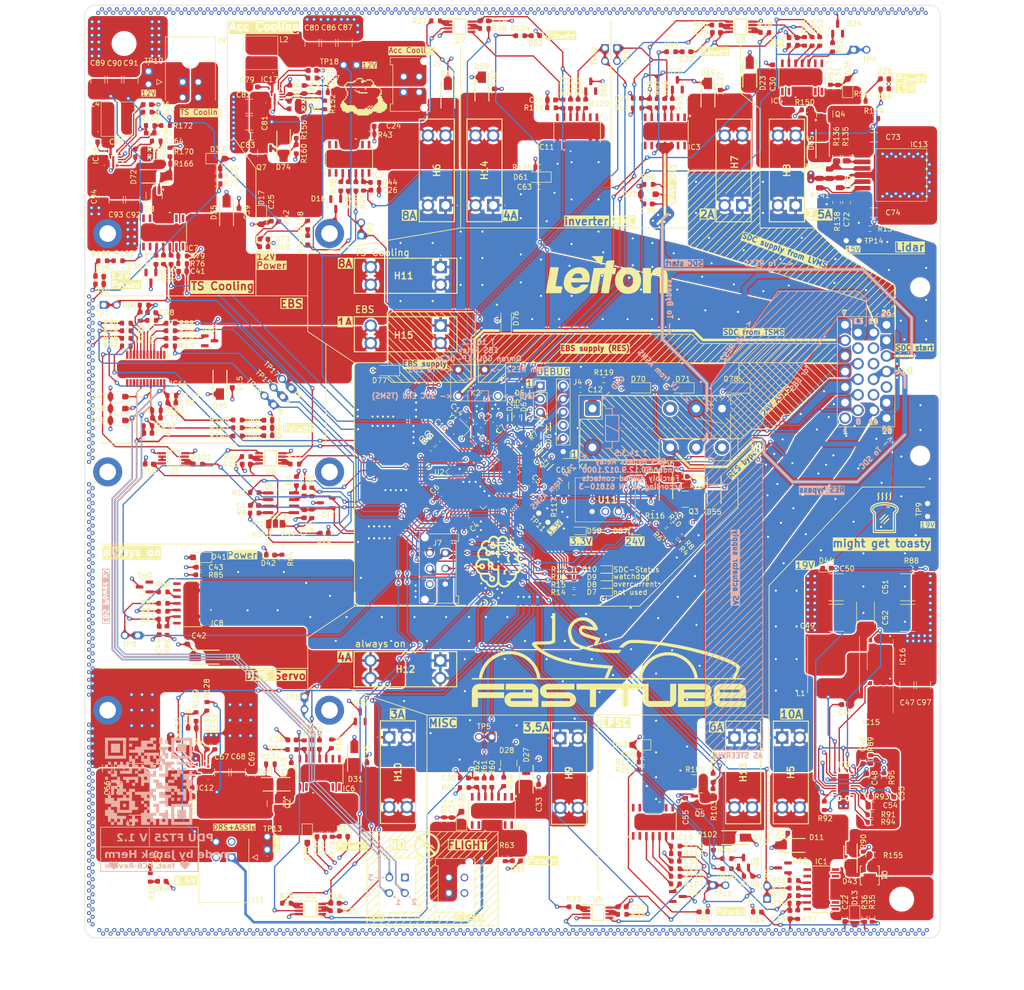
<source format=kicad_pcb>
(kicad_pcb
	(version 20240108)
	(generator "pcbnew")
	(generator_version "8.0")
	(general
		(thickness 1.6)
		(legacy_teardrops no)
	)
	(paper "A3")
	(title_block
		(title "PDU FT25")
		(date "2025-01-15")
		(rev "V1.2")
		(company "Janek Herm")
		(comment 1 "FasTTUBe Electronics")
	)
	(layers
		(0 "F.Cu" signal)
		(1 "In1.Cu" power)
		(2 "In2.Cu" signal)
		(31 "B.Cu" mixed)
		(32 "B.Adhes" user "B.Adhesive")
		(33 "F.Adhes" user "F.Adhesive")
		(34 "B.Paste" user)
		(35 "F.Paste" user)
		(36 "B.SilkS" user "B.Silkscreen")
		(37 "F.SilkS" user "F.Silkscreen")
		(38 "B.Mask" user)
		(39 "F.Mask" user)
		(40 "Dwgs.User" user "User.Drawings")
		(41 "Cmts.User" user "User.Comments")
		(42 "Eco1.User" user "User.Eco1")
		(43 "Eco2.User" user "User.Eco2")
		(44 "Edge.Cuts" user)
		(45 "Margin" user)
		(46 "B.CrtYd" user "B.Courtyard")
		(47 "F.CrtYd" user "F.Courtyard")
		(48 "B.Fab" user)
		(49 "F.Fab" user)
		(50 "User.1" user)
		(51 "User.2" user)
		(52 "User.3" user)
		(53 "User.4" user)
		(54 "User.5" user)
		(55 "User.6" user)
		(56 "User.7" user)
		(57 "User.8" user)
		(58 "User.9" user)
	)
	(setup
		(stackup
			(layer "F.SilkS"
				(type "Top Silk Screen")
			)
			(layer "F.Paste"
				(type "Top Solder Paste")
			)
			(layer "F.Mask"
				(type "Top Solder Mask")
				(thickness 0.01)
			)
			(layer "F.Cu"
				(type "copper")
				(thickness 0.035)
			)
			(layer "dielectric 1"
				(type "prepreg")
				(thickness 0.1)
				(material "FR4")
				(epsilon_r 4.5)
				(loss_tangent 0.02)
			)
			(layer "In1.Cu"
				(type "copper")
				(thickness 0.035)
			)
			(layer "dielectric 2"
				(type "core")
				(thickness 1.24)
				(material "FR4")
				(epsilon_r 4.5)
				(loss_tangent 0.02)
			)
			(layer "In2.Cu"
				(type "copper")
				(thickness 0.035)
			)
			(layer "dielectric 3"
				(type "prepreg")
				(thickness 0.1)
				(material "FR4")
				(epsilon_r 4.5)
				(loss_tangent 0.02)
			)
			(layer "B.Cu"
				(type "copper")
				(thickness 0.035)
			)
			(layer "B.Mask"
				(type "Bottom Solder Mask")
				(thickness 0.01)
			)
			(layer "B.Paste"
				(type "Bottom Solder Paste")
			)
			(layer "B.SilkS"
				(type "Bottom Silk Screen")
			)
			(copper_finish "None")
			(dielectric_constraints no)
		)
		(pad_to_mask_clearance 0)
		(allow_soldermask_bridges_in_footprints no)
		(pcbplotparams
			(layerselection 0x00010fc_ffffffff)
			(plot_on_all_layers_selection 0x0000000_00000000)
			(disableapertmacros no)
			(usegerberextensions no)
			(usegerberattributes yes)
			(usegerberadvancedattributes yes)
			(creategerberjobfile no)
			(dashed_line_dash_ratio 12.000000)
			(dashed_line_gap_ratio 3.000000)
			(svgprecision 4)
			(plotframeref no)
			(viasonmask no)
			(mode 1)
			(useauxorigin yes)
			(hpglpennumber 1)
			(hpglpenspeed 20)
			(hpglpendiameter 15.000000)
			(pdf_front_fp_property_popups yes)
			(pdf_back_fp_property_popups yes)
			(dxfpolygonmode yes)
			(dxfimperialunits yes)
			(dxfusepcbnewfont yes)
			(psnegative no)
			(psa4output no)
			(plotreference yes)
			(plotvalue no)
			(plotfptext yes)
			(plotinvisibletext no)
			(sketchpadsonfab no)
			(subtractmaskfromsilk yes)
			(outputformat 1)
			(mirror no)
			(drillshape 0)
			(scaleselection 1)
			(outputdirectory "gerber/")
		)
	)
	(net 0 "")
	(net 1 "GND")
	(net 2 "+3V3")
	(net 3 "stdCAN_H")
	(net 4 "/MCU/Vref")
	(net 5 "stdCAN_L")
	(net 6 "/MCU/NRST")
	(net 7 "Net-(D11-A2)")
	(net 8 "/powerstages/P_Out6a")
	(net 9 "/powerstages/IS4")
	(net 10 "Net-(D15-A2)")
	(net 11 "/connectors/P_Out1")
	(net 12 "/powerstages/IS1")
	(net 13 "Net-(D19-A2)")
	(net 14 "/powerstages/IS10")
	(net 15 "Net-(D23-A2)")
	(net 16 "/powerstages/P_Out9a")
	(net 17 "/powerstages/IS7")
	(net 18 "Net-(D27-A2)")
	(net 19 "/connectors/P_Out8")
	(net 20 "/powerstages/IS8")
	(net 21 "Net-(D31-A2)")
	(net 22 "/powerstages/P_Out5a")
	(net 23 "/powerstages/IS3")
	(net 24 "Net-(D35-A2)")
	(net 25 "/connectors/P_Out2")
	(net 26 "/powerstages/IS2")
	(net 27 "/connectors/P_Out9")
	(net 28 "/powerstages/IS9")
	(net 29 "Net-(IC9-CBOOT)")
	(net 30 "Net-(IC9-SW)")
	(net 31 "Net-(IC9-VCC)")
	(net 32 "Net-(D43-K)")
	(net 33 "Net-(IC9-PFM{slash}SYNC)")
	(net 34 "/connectors/P_Out4")
	(net 35 "Net-(C53-Pad2)")
	(net 36 "Net-(IC9-EXTCOMP)")
	(net 37 "Net-(D51-A2)")
	(net 38 "/connectors/P_Out5")
	(net 39 "/powerstages/IS5")
	(net 40 "Net-(D56-K)")
	(net 41 "Net-(D59-A2)")
	(net 42 "/connectors/P_Out6")
	(net 43 "/powerstages/IS6")
	(net 44 "Net-(IC12-SW)")
	(net 45 "Net-(IC12-BOOT)")
	(net 46 "/connectors/P_Out3")
	(net 47 "Net-(D63-K)")
	(net 48 "Net-(IC12-FB)")
	(net 49 "Net-(IC12-SS)")
	(net 50 "/connectors/P_Out7")
	(net 51 "Net-(IC13-FB)")
	(net 52 "Net-(D65-K)")
	(net 53 "Net-(IC13-SS)")
	(net 54 "/MCU/SWCLK")
	(net 55 "/MCU/SWDIO")
	(net 56 "/MCU/UART_RX")
	(net 57 "/MCU/UART_TX")
	(net 58 "Net-(D7-A)")
	(net 59 "Net-(D8-A)")
	(net 60 "Net-(D9-A)")
	(net 61 "Net-(D10-A)")
	(net 62 "Net-(D12-A)")
	(net 63 "unconnected-(D12-NC-Pad2)")
	(net 64 "Net-(D14-A)")
	(net 65 "Net-(D16-A)")
	(net 66 "unconnected-(D16-NC-Pad2)")
	(net 67 "Net-(D18-A)")
	(net 68 "Net-(D20-A)")
	(net 69 "unconnected-(D20-NC-Pad2)")
	(net 70 "Net-(D22-A)")
	(net 71 "Net-(D24-A)")
	(net 72 "unconnected-(D24-NC-Pad2)")
	(net 73 "Net-(D26-A)")
	(net 74 "Net-(D28-A)")
	(net 75 "unconnected-(D28-NC-Pad2)")
	(net 76 "Net-(D30-A)")
	(net 77 "unconnected-(D32-NC-Pad2)")
	(net 78 "Net-(D32-A)")
	(net 79 "Net-(D34-A)")
	(net 80 "Net-(D36-A)")
	(net 81 "unconnected-(D36-NC-Pad2)")
	(net 82 "Net-(D38-A)")
	(net 83 "Net-(D43-A)")
	(net 84 "Net-(D44-A)")
	(net 85 "Net-(D45-A2)")
	(net 86 "/powerstages/IS11")
	(net 87 "/connectors/P_Out12")
	(net 88 "unconnected-(D52-NC-Pad2)")
	(net 89 "Net-(D52-A)")
	(net 90 "Net-(D54-A)")
	(net 91 "Net-(D56-A)")
	(net 92 "Net-(D57-A)")
	(net 93 "Net-(D58-A)")
	(net 94 "unconnected-(D60-NC-Pad2)")
	(net 95 "Net-(D60-A)")
	(net 96 "Net-(D62-A)")
	(net 97 "Net-(D63-A)")
	(net 98 "Net-(D64-A)")
	(net 99 "Net-(D65-A)")
	(net 100 "Net-(D66-A)")
	(net 101 "/connectors/P_Out11")
	(net 102 "/connectors/P_Out10")
	(net 103 "Net-(D46-A)")
	(net 104 "+24V")
	(net 105 "Net-(IC1-IS)")
	(net 106 "Net-(IC1-GND)")
	(net 107 "Net-(IC1-IN)")
	(net 108 "Net-(IC1-DEN)")
	(net 109 "Net-(IC2-IS)")
	(net 110 "Net-(IC2-IN)")
	(net 111 "Net-(IC2-DEN)")
	(net 112 "Net-(IC2-GND)")
	(net 113 "Net-(IC3-IN)")
	(net 114 "Net-(IC3-GND)")
	(net 115 "Net-(IC3-IS)")
	(net 116 "Net-(IC3-DEN)")
	(net 117 "Net-(IC4-IN)")
	(net 118 "Net-(IC4-GND)")
	(net 119 "Net-(IC4-IS)")
	(net 120 "Net-(IC4-DEN)")
	(net 121 "Net-(IC5-GND)")
	(net 122 "Net-(IC5-DEN)")
	(net 123 "Net-(IC5-IS)")
	(net 124 "Net-(IC5-IN)")
	(net 125 "Net-(IC6-GND)")
	(net 126 "Net-(IC6-IN)")
	(net 127 "Net-(IC6-DEN)")
	(net 128 "Net-(IC6-IS)")
	(net 129 "Net-(IC7-IN)")
	(net 130 "Net-(IC7-IS)")
	(net 131 "Net-(IC7-GND)")
	(net 132 "Net-(IC7-DEN)")
	(net 133 "Net-(IC9-CNFG)")
	(net 134 "Net-(IC9-PG{slash}SYNCOUT)")
	(net 135 "Net-(IC9-RT)")
	(net 136 "Net-(IC9-ISNS+)")
	(net 137 "Net-(IC9-HO)")
	(net 138 "Net-(IC9-LO)")
	(net 139 "Net-(IC9-FB)")
	(net 140 "Net-(IC10-IS)")
	(net 141 "Net-(IC10-IN)")
	(net 142 "Net-(IC10-DEN)")
	(net 143 "Net-(IC10-GND)")
	(net 144 "Net-(IC11-DEN)")
	(net 145 "Net-(IC11-IS)")
	(net 146 "Net-(IC11-IN)")
	(net 147 "Net-(IC11-GND)")
	(net 148 "Net-(IC12-PG)")
	(net 149 "Net-(IC12-MODE)")
	(net 150 "Net-(IC12-EN)")
	(net 151 "Net-(IC13-RON)")
	(net 152 "Net-(IC13-EN)")
	(net 153 "/MCU/SWO")
	(net 154 "FDCAN_H")
	(net 155 "FDCAN_L")
	(net 156 "/RBR/SDC bypass")
	(net 157 "24V ASMS")
	(net 158 "Net-(JP1-C)")
	(net 159 "unconnected-(K1-Pad12)")
	(net 160 "unconnected-(K1-Pad24)")
	(net 161 "Net-(K1-PadA1)")
	(net 162 "unconnected-(D46-NC-Pad2)")
	(net 163 "Net-(IC14-DSEL1)")
	(net 164 "Net-(Q5-D)")
	(net 165 "Net-(Q5-G)")
	(net 166 "Net-(Q6-G)")
	(net 167 "Net-(Q6-D)")
	(net 168 "Net-(U1-Rs)")
	(net 169 "Net-(U2-PA0)")
	(net 170 "Net-(U2-BOOT0)")
	(net 171 "Net-(U2-PC0)")
	(net 172 "Net-(U2-PA11)")
	(net 173 "/MCU/CAN_RX")
	(net 174 "/MCU/CAN_TX")
	(net 175 "Net-(U2-PA12)")
	(net 176 "unconnected-(U2-PB7-Pad59)")
	(net 177 "unconnected-(U2-PA15-Pad50)")
	(net 178 "/MCU/STATUS_LED1")
	(net 179 "/MCU/STATUS_LED2")
	(net 180 "/MCU/STATUS_LED3")
	(net 181 "/MCU/STATUS_LED4")
	(net 182 "Net-(R12-Pad1)")
	(net 183 "Net-(U4A--)")
	(net 184 "/MCU/ISENSE1")
	(net 185 "Net-(U4B--)")
	(net 186 "/MCU/ISENSE2")
	(net 187 "/MCU/ISENSE3")
	(net 188 "Net-(U5A--)")
	(net 189 "Net-(U5B--)")
	(net 190 "/MCU/ISENSE4")
	(net 191 "/MCU/ISENSE5")
	(net 192 "Net-(U6A--)")
	(net 193 "Net-(U6B--)")
	(net 194 "/MCU/ISENSE6")
	(net 195 "/MCU/ISENSE7")
	(net 196 "Net-(U7A--)")
	(net 197 "Net-(U7B--)")
	(net 198 "/MCU/ISENSE8")
	(net 199 "/MCU/ISENSE9")
	(net 200 "Net-(U8A--)")
	(net 201 "Net-(U8B--)")
	(net 202 "/MCU/ISENSE10")
	(net 203 "/MCU/IN4")
	(net 204 "/MCU/IN1")
	(net 205 "/MCU/IN10")
	(net 206 "/MCU/IN7")
	(net 207 "/MCU/IN8")
	(net 208 "/MCU/IN3")
	(net 209 "/MCU/IN2")
	(net 210 "/MCU/IN9")
	(net 211 "/MCU/IN11")
	(net 212 "/MCU/IN12")
	(net 213 "/MCU/IN13")
	(net 214 "/MCU/PC_Read")
	(net 215 "/MCU/PC_EN")
	(net 216 "/MCU/IN5")
	(net 217 "/MCU/IN6")
	(net 218 "/MCU/XTAL_OUT")
	(net 219 "unconnected-(U2-PC5-Pad25)")
	(net 220 "Net-(IC14-GND)")
	(net 221 "unconnected-(U2-PC12-Pad53)")
	(net 222 "Net-(IC14-DEN)")
	(net 223 "Net-(IC14-IN2)")
	(net 224 "/MCU/XTAL_IN")
	(net 225 "unconnected-(U2-PD2-Pad54)")
	(net 226 "unconnected-(IC14-OUT3-Pad13)")
	(net 227 "Net-(IC14-IN0)")
	(net 228 "Net-(IC14-IN3)")
	(net 229 "Net-(IC14-DSEL0)")
	(net 230 "Net-(IC14-IN1)")
	(net 231 "Net-(IC14-IS)")
	(net 232 "/MCU/DSEL0")
	(net 233 "/MCU/DSEL1")
	(net 234 "Net-(U3A--)")
	(net 235 "/MCU/ISENSE11")
	(net 236 "Net-(U3B--)")
	(net 237 "unconnected-(IC9-NC_1-Pad1)")
	(net 238 "unconnected-(IC9-NC_2-Pad2)")
	(net 239 "unconnected-(IC9-NC_4-Pad23)")
	(net 240 "unconnected-(IC9-NC_3-Pad22)")
	(net 241 "unconnected-(IC9-NC_5-Pad24)")
	(net 242 "Net-(D50-A)")
	(net 243 "Net-(D68-A)")
	(net 244 "Net-(D69-A)")
	(net 245 "/connectors/P_Out14")
	(net 246 "/connectors/P_Out13")
	(net 247 "Net-(IC17-SW)")
	(net 248 "Net-(IC17-BOOT)")
	(net 249 "Net-(D72-K)")
	(net 250 "Net-(IC17-FB)")
	(net 251 "Net-(IC17-SS)")
	(net 252 "Net-(IC18-BOOT)")
	(net 253 "Net-(IC18-SW)")
	(net 254 "Net-(D74-K)")
	(net 255 "Net-(IC18-FB)")
	(net 256 "Net-(IC18-SS)")
	(net 257 "Net-(D72-A)")
	(net 258 "Net-(D73-A)")
	(net 259 "Net-(D74-A)")
	(net 260 "Net-(D75-A)")
	(net 261 "Net-(IC17-PG)")
	(net 262 "Net-(IC17-MODE)")
	(net 263 "Net-(IC17-EN)")
	(net 264 "Net-(IC18-PG)")
	(net 265 "Net-(IC18-MODE)")
	(net 266 "Net-(IC18-EN)")
	(net 267 "Net-(R151-Pad2)")
	(net 268 "Net-(R163-Pad2)")
	(net 269 "EBS supply")
	(net 270 "AS actuator supply")
	(net 271 "unconnected-(IC1-NC-Pad7)")
	(net 272 "unconnected-(IC1-NC-Pad1)")
	(net 273 "unconnected-(IC1-NC-Pad14)")
	(net 274 "unconnected-(IC1-NC-Pad8)")
	(net 275 "unconnected-(IC1-NC-Pad9)")
	(net 276 "unconnected-(IC1-NC-Pad13)")
	(net 277 "unconnected-(IC1-NC-Pad2)")
	(net 278 "unconnected-(IC2-NC-Pad2)")
	(net 279 "unconnected-(IC2-NC-Pad7)")
	(net 280 "unconnected-(IC2-NC-Pad8)")
	(net 281 "unconnected-(IC2-NC-Pad14)")
	(net 282 "unconnected-(IC2-NC-Pad1)")
	(net 283 "unconnected-(IC2-NC-Pad9)")
	(net 284 "unconnected-(IC2-NC-Pad13)")
	(net 285 "unconnected-(IC3-NC-Pad8)")
	(net 286 "unconnected-(IC3-NC-Pad1)")
	(net 287 "unconnected-(IC3-NC-Pad7)")
	(net 288 "unconnected-(IC3-NC-Pad14)")
	(net 289 "unconnected-(IC3-NC-Pad13)")
	(net 290 "unconnected-(IC3-NC-Pad9)")
	(net 291 "unconnected-(IC3-NC-Pad2)")
	(net 292 "unconnected-(IC4-NC-Pad2)")
	(net 293 "unconnected-(IC4-NC-Pad1)")
	(net 294 "unconnected-(IC4-NC-Pad13)")
	(net 295 "unconnected-(IC4-NC-Pad7)")
	(net 296 "unconnected-(IC4-NC-Pad9)")
	(net 297 "unconnected-(IC4-NC-Pad8)")
	(net 298 "unconnected-(IC4-NC-Pad14)")
	(net 299 "unconnected-(IC5-NC-Pad1)")
	(net 300 "unconnected-(IC5-NC-Pad8)")
	(net 301 "unconnected-(IC5-NC-Pad9)")
	(net 302 "unconnected-(IC5-NC-Pad14)")
	(net 303 "unconnected-(IC5-NC-Pad13)")
	(net 304 "unconnected-(IC5-NC-Pad2)")
	(net 305 "unconnected-(IC5-NC-Pad7)")
	(net 306 "unconnected-(IC6-NC-Pad14)")
	(net 307 "unconnected-(IC6-NC-Pad2)")
	(net 308 "unconnected-(IC6-NC-Pad7)")
	(net 309 "unconnected-(IC6-NC-Pad1)")
	(net 310 "unconnected-(IC6-NC-Pad9)")
	(net 311 "unconnected-(IC6-NC-Pad8)")
	(net 312 "unconnected-(IC6-NC-Pad13)")
	(net 313 "unconnected-(IC7-NC-Pad1)")
	(net 314 "unconnected-(IC7-NC-Pad9)")
	(net 315 "unconnected-(IC7-NC-Pad14)")
	(net 316 "unconnected-(IC7-NC-Pad13)")
	(net 317 "unconnected-(IC7-NC-Pad7)")
	(net 318 "unconnected-(IC7-NC-Pad8)")
	(net 319 "unconnected-(IC7-NC-Pad2)")
	(net 320 "unconnected-(IC10-NC-Pad14)")
	(net 321 "unconnected-(IC10-NC-Pad8)")
	(net 322 "unconnected-(IC10-NC-Pad13)")
	(net 323 "unconnected-(IC10-NC-Pad9)")
	(net 324 "unconnected-(IC10-NC-Pad1)")
	(net 325 "unconnected-(IC10-NC-Pad7)")
	(net 326 "unconnected-(IC10-NC-Pad2)")
	(net 327 "unconnected-(IC11-NC-Pad1)")
	(net 328 "unconnected-(IC11-NC-Pad13)")
	(net 329 "unconnected-(IC11-NC-Pad2)")
	(net 330 "unconnected-(IC11-NC-Pad7)")
	(net 331 "unconnected-(IC11-NC-Pad9)")
	(net 332 "unconnected-(IC11-NC-Pad8)")
	(net 333 "unconnected-(IC11-NC-Pad14)")
	(net 334 "unconnected-(IC14-NC-Pad21)")
	(net 335 "unconnected-(IC14-NC-Pad19)")
	(net 336 "unconnected-(IC14-NC-Pad15)")
	(net 337 "unconnected-(IC14-NC-Pad18)")
	(net 338 "unconnected-(IC14-NC-Pad23)")
	(net 339 "unconnected-(IC14-NC-Pad22)")
	(net 340 "unconnected-(IC14-NC-Pad14)")
	(net 341 "unconnected-(IC14-NC-Pad12)")
	(net 342 "unconnected-(IC14-NC-Pad1)")
	(net 343 "unconnected-(IC14-NC-Pad16)")
	(net 344 "/EBSR/EBS power")
	(net 345 "unconnected-(U2-PC14-Pad3)")
	(net 346 "unconnected-(U2-PC15-Pad4)")
	(net 347 "unconnected-(U2-PC13-Pad2)")
	(net 348 "Net-(R100-Pad1)")
	(net 349 "/RBR/RES")
	(net 350 "TSMS SDC")
	(net 351 "unconnected-(IC14-NC-Pad3)")
	(net 352 "unconnected-(U2-PB0-Pad26)")
	(net 353 "Net-(D39-A2)")
	(net 354 "unconnected-(D40-NC-Pad2)")
	(net 355 "Net-(D40-A)")
	(net 356 "Net-(D42-A)")
	(net 357 "unconnected-(IC8-NC-Pad8)")
	(net 358 "unconnected-(IC8-NC-Pad13)")
	(net 359 "Net-(IC8-IN)")
	(net 360 "unconnected-(IC8-NC-Pad9)")
	(net 361 "unconnected-(IC8-NC-Pad1)")
	(net 362 "Net-(IC8-DEN)")
	(net 363 "Net-(IC8-GND)")
	(net 364 "Net-(IC8-IS)")
	(net 365 "unconnected-(IC8-NC-Pad2)")
	(net 366 "unconnected-(IC8-NC-Pad14)")
	(net 367 "unconnected-(IC8-NC-Pad7)")
	(net 368 "unconnected-(J10-Pin_15-Pad15)")
	(net 369 "unconnected-(J10-Pin_17-Pad17)")
	(footprint "5025:5025" (layer "F.Cu") (at 165.32 98.46 90))
	(footprint "Resistor_SMD:R_0603_1608Metric" (layer "F.Cu") (at 161.375 88.955 90))
	(footprint "Resistor_SMD:R_0603_1608Metric" (layer "F.Cu") (at 128.645 103.135 -90))
	(footprint "Capacitor_SMD:C_1210_3225Metric" (layer "F.Cu") (at 162.225 61.275 90))
	(footprint "BTT6010-1ERB:SOIC14_BTT6010-1ERB_INF" (layer "F.Cu") (at 163.019 83.649799 90))
	(footprint "824501241:DIOM5127X250N" (layer "F.Cu") (at 139.345 93.995 -90))
	(footprint "Resistor_SMD:R_0603_1608Metric" (layer "F.Cu") (at 122.555 83.275))
	(footprint "Package_TO_SOT_SMD:SOT-23" (layer "F.Cu") (at 124.75 106.535 -90))
	(footprint "Package_TO_SOT_SMD:SOT-23" (layer "F.Cu") (at 165.14 191.314998 90))
	(footprint "Resistor_SMD:R_0603_1608Metric" (layer "F.Cu") (at 135.615001 196.775 90))
	(footprint "Resistor_SMD:R_0603_1608Metric" (layer "F.Cu") (at 155.915 68.065))
	(footprint "Capacitor_SMD:C_1210_3225Metric" (layer "F.Cu") (at 143.685 76.725 180))
	(footprint "Resistor_SMD:R_0603_1608Metric" (layer "F.Cu") (at 135.545001 189.315 -90))
	(footprint "LED_SMD:LED_0603_1608Metric" (layer "F.Cu") (at 266.295 70.155 180))
	(footprint "brain:heart" (layer "F.Cu") (at 117.6 220.05))
	(footprint "Resistor_SMD:R_0603_1608Metric" (layer "F.Cu") (at 127.585 77.225))
	(footprint "ESD321DYAR:SODFL1608X77N" (layer "F.Cu") (at 193.99 133.625 -90))
	(footprint "Diode_SMD:D_SOD-123F" (layer "F.Cu") (at 218.94 127.854999 180))
	(footprint "5025:5025" (layer "F.Cu") (at 147.190001 216.99 90))
	(footprint "Resistor_SMD:R_0603_1608Metric" (layer "F.Cu") (at 147.805 200.415))
	(footprint "5025:5025" (layer "F.Cu") (at 261.38 99.44 180))
	(footprint "MountingHole:MountingHole_3.2mm_M3_DIN965_Pad" (layer "F.Cu") (at 116.41 144.08 -90))
	(footprint "Resistor_SMD:R_0603_1608Metric" (layer "F.Cu") (at 254.645 208.515 -90))
	(footprint "3557-15:355715" (layer "F.Cu") (at 180.58 180.485 180))
	(footprint "Resistor_SMD:R_0603_1608Metric" (layer "F.Cu") (at 264.205001 75.855))
	(footprint "Capacitor_SMD:C_0603_1608Metric" (layer "F.Cu") (at 156.795 213.675001 -90))
	(footprint "Resistor_SMD:R_0603_1608Metric" (layer "F.Cu") (at 120.005477 118.297452))
	(footprint "MountingHole:MountingHole_4.3mm_M4" (layer "F.Cu") (at 119.575 226.345))
	(footprint "Capacitor_SMD:C_1210_3225Metric" (layer "F.Cu") (at 138.414747 202.063428 90))
	(footprint "Diode_SMD:D_SOD-123F" (layer "F.Cu") (at 146.065 94.88 -90))
	(footprint "Capacitor_SMD:C_0603_1608Metric" (layer "F.Cu") (at 185.205 203.145 180))
	(footprint "Resistor_SMD:R_0603_1608Metric" (layer "F.Cu") (at 225.925 220.675))
	(footprint "Resistor_SMD:R_0603_1608Metric"
		(layer "F.Cu")
		(uuid "15025461-dcc7-4f61-9542-8f8e8ec99700")
		(at 154.995 99.365 90)
		(descr "Resistor SMD 0603 (1608 Metric), square (rectangular) end terminal, IPC_7351 nominal, (Body size source: IPC-SM-782 page 72, https://www.pcb-3d.com/wordpress/wp-content/uploads/ipc-sm-782a_amendment_1_and_2.pdf), generated with kicad-footprint-generator")
		(tags "resistor")
		(property "Reference" "R151"
			(at -0.65 -1.42 90)
			(layer "F.SilkS")
			(uuid "122f886c-686c-4dca-9df4-687a2b60e366")
			(effects
				(font
					(size 1 1)
					(thickness 0.15)
				)
			)
		)
		(property "Value" "1k"
			(at 0 1.43 90)
			(layer "F.Fab")
			(uuid "a592b584-abae-4bea-8bc8-0a8ffebe0b80")
			(effects
				(font
					(size 1 1)
					(thickness 0.15)
				)
			)
		)
		(property "Footprint" "Resistor_SMD:R_0603_1608Metric"
			(at 0 0 90)
			(unlocked yes)
			(layer "F.Fab")
			(hide yes)
			(uuid "1c5f638a-4832-4642-88d6-97d1baf0f576")
			(effects
				(font
					(size 1.27 1.27)
					(thickness 0.15)
				)
			)
		)
		(property "Datasheet" ""
			(at 0 0 90)
			(unlocked yes)
			(layer "F.Fab")
			(hide yes)
			(uuid "59d60a19-0eeb-4754-9aba-e42d43305fa7")
			(effects
				(font
					(size 1.27 1.27)
					(thickness 0.15)
				)
			)
		)
		(property "Description" "Resistor, small symbol"
			(at 0 0 90)
			(unlocked yes)
			(layer "F.Fab")
			(hide yes)
			(uuid "33615a10-7215-4795-96b9-fa93cea6c121")
			(effects
				(font
					(size 1.27 1.27)
					(thickness 0.15)
				)
			)
		)
		(property ki_fp_filters "R_*")
		(path "/780d04e9-366d-4b48-88f6-229428c96c3a/2688228a-78b0-463b-82bd-42a0dedab640/a31b0199-c63c-4e83-8127-1fac1a9facaf")
		(sheetname "ACC pump DCDC")
		(sheetfile "pumpDCDC.kicad_sch")
		(attr smd)
		(fp_line
			(start -0.237258 -0.5225)
			(end 0.237258 -0.5225)
			(stroke
				(width 0.12)
				(type solid)
			)
			(layer "F.SilkS")
			(uuid "dc8e5fd8-4ca3-4c1d-b1f5-6eaae540711d")
		)
		(fp_line
			(start -0.237258 0.5225)
			(end 0.237258 0.5225)
			(stroke
				(width 0.12)
				(type solid)
			)
			(layer "F.SilkS")
			(uuid "6c0a18d3-6077-4bcb-825a-872d2e6b7716")
		)
		(fp_line
			(start 1.48 -0.73)
			(end 1.48 0.73)
			(stroke
				(width 0.05)
				(type solid)
			)
			(layer "F.CrtYd")
			(uuid "7313f3b4-9a54-4d87-8c75-088e5090a017")
		)
		(fp_line
			(start -1.48 -0.73)
			(end 1.48 -0.73)
			(stroke
				(width 0.05)
				(type solid)
			)
			(layer "F.CrtYd")
			(uuid "6af3927a-7d15-47f2-a5a0-8445f1b4c182")
		)
		(fp_line
			(start 1.48 0.73)
			(end -1.48 0.73)
			(stroke
				(width 0.05)
				(type solid)
			)
			(layer "F.CrtYd")
			(uuid "72e13f33-6639-4f39-84e2-7a3d4ba4715a")
		)
		(fp_line
			(start -1.48 0.73)
			(end -1.48 -0.73)
			(stroke
				(width 0.05)
				(type solid)
			)
			(layer "F.CrtYd")
			(uuid "ff98d762-9a6b-4848-89e9-20b6125bce37")
		)
		(fp_line
			(start 0.8 -0.4125)
			(end 0.8 0.4125)
			(stroke
				(width 0.1)
				(type solid)
			)
			(layer "F.Fab")
			(uuid "fe961a65-105c-43a7-89d7-5c7c44acd8a1")
		)
		(fp_line
			(start -0.8 -0.4125)
			(end 0.8 -0.4125)
			(stroke
				(width 0.1)
				(type solid)
			)
			(layer "F.Fab")
			(uuid "bb8064fe-6479-4ead-87cb-214fa68d7676")
		)
		(fp_line
			(start 0.8 0.4125)
			(end -0.8 0.4125)
			(stroke
				(width 0.1)
				(type solid)
			)
			(layer "F.Fab")
			(uuid "0ba98a26-6841-4152-aae7-55d7e1c78c39")
		)
		(fp_line
			(start -0.8 0.4125)
			(end -0.8 -0.4125)
			(stroke
				(width 0.1)
... [9398299 chars truncated]
</source>
